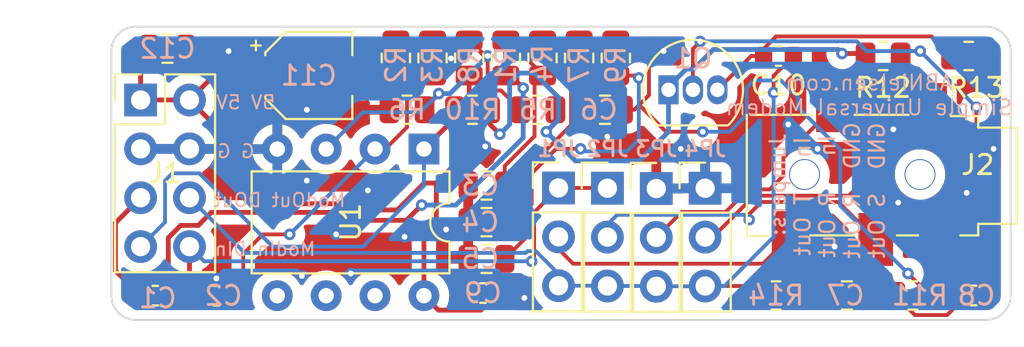
<source format=kicad_pcb>
(kicad_pcb (version 20211014) (generator pcbnew)
  (title_block (title "Simple Universal Modem") (rev "r0") (comment 1 "License: Attribution-NonCommercial 4.0 International (CC BY-NC 4.0)") (comment 2 "https://creativecommons.org/licenses/by-nc/4.0/"))
  (layers (0 "F.Cu" signal) (31 "B.Cu" signal) (34 "B.Paste" user) (35 "F.Paste" user) (36 "B.SilkS" user "B.Silkscreen") (37 "F.SilkS" user "F.Silkscreen") (38 "B.Mask" user) (39 "F.Mask" user) (44 "Edge.Cuts" user))
  (net 0 "")
  (net 1 "DataOut")
  (net 2 "Net-(C1-Pad2)")
  (net 3 "ModIn")
  (net 4 "Net-(C2-Pad2)")
  (net 5 "Net-(C3-Pad1)")
  (net 6 "GND")
  (net 7 "Net-(C4-Pad1)")
  (net 8 "Net-(C5-Pad1)")
  (net 9 "Net-(C6-Pad1)")
  (net 10 "Net-(C7-Pad1)")
  (net 11 "Net-(C8-Pad2)")
  (net 12 "+5V")
  (net 13 "Net-(C10-Pad1)")
  (net 14 "ModOut")
  (net 15 "DataIn")
  (net 16 "Net-(J2-Pad1)")
  (net 17 "Net-(J2-Pad2)")
  (net 18 "Net-(J2-Pad3)")
  (net 19 "Net-(J2-Pad4)")
  (net 21 "Net-(R5-Pad1)")
  (footprint "Capacitor_SMD:C_0805_2012Metric" (layer "F.Cu") (at 179.136 85.725 180)
    (fp_text reference "C4" (at 0.32 0) (layer "B.SilkS") (effects (justify mirror)))
    (fp_text value "470pf")
    (fp_line (start -0.261252 -0.735) (end 0.261252 -0.735) (layer "F.SilkS") (width 0.12))
    (fp_line (start -0.261252 0.735) (end 0.261252 0.735) (layer "F.SilkS") (width 0.12))
    (pad "1" smd roundrect (at -0.95 0 180) (size 1 1.45) (layers "F.Cu" "F.Paste" "F.Mask") (net 7 "Net-(C4-Pad1)"))
    (pad "2" smd roundrect (at 0.95 0 180) (size 1 1.45) (layers "F.Cu" "F.Paste" "F.Mask") (net 6 "GND"))
  )
  (footprint "Connector_PinHeader_2.54mm:PinHeader_1x03_P2.54mm_Vertical" (layer "F.Cu") (at 182.88 83.947)
    (fp_text reference "JP1" (at 0 -2.032) (layer "B.SilkS") (effects (font (size 0.8 0.8)) (justify mirror)))
    (fp_text value "T")
    (fp_line (start -1.33 6.41) (end 1.33 6.41) (layer "F.SilkS") (width 0.12))
    (fp_line (start 1.33 1.27) (end 1.33 6.41) (layer "F.SilkS") (width 0.12))
    (fp_line (start -1.33 1.27) (end 1.33 1.27) (layer "F.SilkS") (width 0.12))
    (fp_line (start -1.33 1.27) (end -1.33 6.41) (layer "F.SilkS") (width 0.12))
    (fp_line (start -1.33 0) (end -1.33 -1.33) (layer "F.SilkS") (width 0.12))
    (fp_line (start -1.33 -1.33) (end 0 -1.33) (layer "F.SilkS") (width 0.12))
    (pad "1" thru_hole rect (at 0 0) (size 1.7 1.7) (drill 1) (layers *.Cu *.Mask) (net 3 "ModIn"))
    (pad "2" thru_hole oval (at 0 2.54) (size 1.7 1.7) (drill 1) (layers *.Cu *.Mask) (net 19 "Net-(J2-Pad4)"))
    (pad "3" thru_hole oval (at 0 5.08) (size 1.7 1.7) (drill 1) (layers *.Cu *.Mask) (net 14 "ModOut"))
  )
  (footprint "Resistor_SMD:R_0805_2012Metric" (layer "F.Cu") (at 178.238 77.1925 90)
    (fp_text reference "R8" (at -0.3575 0 90) (layer "B.SilkS") (effects (justify mirror)))
    (fp_text value "1M")
    (fp_line (start -0.227064 0.735) (end 0.227064 0.735) (layer "F.SilkS") (width 0.12))
    (fp_line (start -0.227064 -0.735) (end 0.227064 -0.735) (layer "F.SilkS") (width 0.12))
    (pad "1" smd roundrect (at -0.9125 0 90) (size 1.025 1.4) (layers "F.Cu" "F.Paste" "F.Mask") (roundrect_rratio 0.243902) (net 15 "DataIn"))
    (pad "2" smd roundrect (at 0.9125 0 90) (size 1.025 1.4) (layers "F.Cu" "F.Paste" "F.Mask") (roundrect_rratio 0.243902) (net 21 "Net-(R5-Pad1)"))
  )
  (footprint "Resistor_SMD:R_0805_2012Metric" (layer "F.Cu") (at 199.7475 77.089 180)
    (fp_text reference "R12" (at 0 -1.65) (layer "F.SilkS"))
    (fp_text value "470k")
    (fp_line (start -0.227064 0.735) (end 0.227064 0.735) (layer "F.SilkS") (width 0.12))
    (fp_line (start -0.227064 -0.735) (end 0.227064 -0.735) (layer "F.SilkS") (width 0.12))
    (pad "1" smd roundrect (at -0.9125 0 180) (size 1.025 1.4) (layers "F.Cu" "F.Paste" "F.Mask") (roundrect_rratio 0.243902) (net 11 "Net-(C8-Pad2)"))
    (pad "2" smd roundrect (at 0.9125 0 180) (size 1.025 1.4) (layers "F.Cu" "F.Paste" "F.Mask") (roundrect_rratio 0.243902) (net 12 "+5V"))
  )
  (footprint "Resistor_SMD:R_0805_2012Metric" (layer "F.Cu") (at 178.4115 79.883)
    (fp_text reference "R10" (at 0 0) (layer "B.SilkS") (effects (justify mirror)))
    (fp_text value "2k2")
    (fp_line (start -0.227064 0.735) (end 0.227064 0.735) (layer "F.SilkS") (width 0.12))
    (fp_line (start -0.227064 -0.735) (end 0.227064 -0.735) (layer "F.SilkS") (width 0.12))
    (pad "1" smd roundrect (at -0.9125 0) (size 1.025 1.4) (layers "F.Cu" "F.Paste" "F.Mask") (roundrect_rratio 0.243902) (net 15 "DataIn"))
    (pad "2" smd roundrect (at 0.9125 0) (size 1.025 1.4) (layers "F.Cu" "F.Paste" "F.Mask") (roundrect_rratio 0.243902) (net 12 "+5V"))
  )
  (footprint "Package_TO_SOT_THT:TO-92_Inline" (layer "F.Cu") (at 188.595 78.846)
    (fp_text reference "Q1" (at 1.27 -1.63) (layer "B.SilkS") (effects (justify mirror)))
    (fp_text value "BC547")
    (fp_line (start -0.53 1.85) (end 3.07 1.85) (layer "F.SilkS") (width 0.12))
    (fp_arc (start -0.568478 1.838478) (mid -1.132087 -0.994977) (end 1.27 -2.6) (layer "F.SilkS") (width 0.12))
    (fp_arc (start 1.27 -2.6) (mid 3.672087 -0.994977) (end 3.108478 1.838478) (layer "F.SilkS") (width 0.12))
    (pad "1" thru_hole rect (at 0 0) (size 1.05 1.5) (drill 0.75) (layers *.Cu *.Mask) (net 12 "+5V"))
    (pad "2" thru_hole oval (at 1.27 0) (size 1.05 1.5) (drill 0.75) (layers *.Cu *.Mask) (net 11 "Net-(C8-Pad2)"))
    (pad "3" thru_hole oval (at 2.54 0) (size 1.05 1.5) (drill 0.75) (layers *.Cu *.Mask) (net 13 "Net-(C10-Pad1)"))
  )
  (footprint "Capacitor_SMD:CP_Elec_4x5.3" (layer "F.Cu") (at 169.904 78.105)
    (fp_text reference "C11" (at 0 0) (layer "B.SilkS") (effects (justify mirror)))
    (fp_text value "10uF")
    (fp_line (start -2.26 -1.195563) (end -1.195563 -2.26) (layer "F.SilkS") (width 0.12))
    (fp_line (start 2.26 -2.26) (end 2.26 -1.06) (layer "F.SilkS") (width 0.12))
    (fp_line (start 2.26 2.26) (end 2.26 1.06) (layer "F.SilkS") (width 0.12))
    (fp_line (start -3 -1.56) (end -2.5 -1.56) (layer "F.SilkS") (width 0.12))
    (fp_line (start -2.26 -1.195563) (end -2.26 -1.06) (layer "F.SilkS") (width 0.12))
    (fp_line (start -2.26 1.195563) (end -1.195563 2.26) (layer "F.SilkS") (width 0.12))
    (fp_line (start -1.195563 -2.26) (end 2.26 -2.26) (layer "F.SilkS") (width 0.12))
    (fp_line (start -2.75 -1.81) (end -2.75 -1.31) (layer "F.SilkS") (width 0.12))
    (fp_line (start -2.26 1.195563) (end -2.26 1.06) (layer "F.SilkS") (width 0.12))
    (fp_line (start -1.195563 2.26) (end 2.26 2.26) (layer "F.SilkS") (width 0.12))
    (pad "1" smd roundrect (at -1.8 0) (size 2.6 1.6) (layers "F.Cu" "F.Paste" "F.Mask") (roundrect_rratio 0.15625) (net 12 "+5V"))
    (pad "2" smd roundrect (at 1.8 0) (size 2.6 1.6) (layers "F.Cu" "F.Paste" "F.Mask") (roundrect_rratio 0.15625) (net 6 "GND"))
  )
  (footprint "SimpleModem:Jack_3.5mm_4Poles_5pins_SMD_ABN" (layer "F.Cu") (at 204.664 83.2485 180)
    (fp_text reference "J2" (at 0 0.5) (layer "F.SilkS"))
    (fp_text value "TRRS jack")
    (fp_line (start -0.025 -3.1635) (end -0.025 -2.5635) (layer "F.SilkS") (width 0.12))
    (fp_line (start 10.875 -3.2) (end 11.8 -3.2) (layer "F.SilkS") (width 0.12))
    (fp_line (start 8.6 3.1) (end 11.8 3.1) (layer "F.SilkS") (width 0.12))
    (fp_line (start 1.4 3.0365) (end -0.025 3.0365) (layer "F.SilkS") (width 0.12))
    (fp_line (start -0.025 2.4365) (end -2.025 2.4365) (layer "F.SilkS") (width 0.12))
    (fp_line (start 12 3.1) (end 12 -3.2) (layer "F.SilkS") (width 0.12))
    (fp_line (start -0.025 -3.1635) (end 0.9 -3.1635) (layer "F.SilkS") (width 0.12))
    (fp_line (start 3.1 -3.1635) (end 4.2 -3.1635) (layer "F.SilkS") (width 0.12))
    (fp_line (start -0.025 -2.5635) (end -2.025 -2.5635) (layer "F.SilkS") (width 0.12))
    (fp_line (start 6.4 -3.1635) (end 8.7 -3.1635) (layer "F.SilkS") (width 0.12))
    (fp_line (start -2.025 -2.5635) (end -2.025 2.4365) (layer "F.SilkS") (width 0.12))
    (fp_line (start 3.6 3.1) (end 6.4 3.1) (layer "F.SilkS") (width 0.12))
    (fp_line (start -0.025 2.4365) (end -0.025 3.0365) (layer "F.SilkS") (width 0.12))
    (pad "" np_thru_hole circle (at 3 0 180) (size 1.6 1.6) (drill 1.5) (layers *.Cu *.Mask))
    (pad "" np_thru_hole circle (at 9 0 180) (size 1.6 1.6) (drill 1.5) (layers *.Cu *.Mask))
    (pad "1" smd rect (at 2.5 3.475 180) (size 1.8 2.55) (layers "F.Cu" "F.Paste" "F.Mask") (net 16 "Net-(J2-Pad1)"))
    (pad "2" smd rect (at 7.5 3.475 180) (size 1.8 2.55) (layers "F.Cu" "F.Paste" "F.Mask") (net 17 "Net-(J2-Pad2)"))
    (pad "3" smd rect (at 5.3 -3.375 180) (size 1.8 2.75) (layers "F.Cu" "F.Paste" "F.Mask") (net 18 "Net-(J2-Pad3)"))
    (pad "4" smd rect (at 9.8 -3.275 180) (size 1.8 2.95) (layers "F.Cu" "F.Paste" "F.Mask") (net 19 "Net-(J2-Pad4)"))
    (pad "5" smd rect (at 2 -3.375 180) (size 1.8 2.75) (layers "F.Cu" "F.Paste" "F.Mask"))
  )
  (footprint "Capacitor_SMD:C_0603_1608Metric" (layer "F.Cu") (at 178.956 89.408)
    (fp_text reference "C9" (at 0 0) (layer "B.SilkS") (effects (justify mirror)))
    (fp_text value "100nF")
    (fp_line (start -0.14058 0.51) (end 0.14058 0.51) (layer "F.SilkS") (width 0.12))
    (fp_line (start -0.14058 -0.51) (end 0.14058 -0.51) (layer "F.SilkS") (width 0.12))
    (pad "1" smd roundrect (at -0.775 0) (size 0.9 0.95) (layers "F.Cu" "F.Paste" "F.Mask") (net 6 "GND"))
    (pad "2" smd roundrect (at 0.775 0) (size 0.9 0.95) (layers "F.Cu" "F.Paste" "F.Mask") (net 12 "+5V"))
  )
  (footprint "Capacitor_SMD:C_0805_2012Metric" (layer "F.Cu") (at 185.293 79.883 180)
    (fp_text reference "C6" (at 0.32 0) (layer "B.SilkS") (effects (justify mirror)))
    (fp_text value "1nF")
    (fp_line (start -0.261252 -0.735) (end 0.261252 -0.735) (layer "F.SilkS") (width 0.12))
    (fp_line (start -0.261252 0.735) (end 0.261252 0.735) (layer "F.SilkS") (width 0.12))
    (pad "1" smd roundrect (at -0.95 0 180) (size 1 1.45) (layers "F.Cu" "F.Paste" "F.Mask") (net 9 "Net-(C6-Pad1)"))
    (pad "2" smd roundrect (at 0.95 0 180) (size 1 1.45) (layers "F.Cu" "F.Paste" "F.Mask") (net 6 "GND"))
  )
  (footprint "Resistor_SMD:R_0805_2012Metric" (layer "F.Cu") (at 194.183 89.535 180)
    (fp_text reference "R14" (at 0 0) (layer "B.SilkS") (effects (justify mirror)))
    (fp_text value "NC")
    (fp_line (start -0.227064 0.735) (end 0.227064 0.735) (layer "F.SilkS") (width 0.12))
    (fp_line (start -0.227064 -0.735) (end 0.227064 -0.735) (layer "F.SilkS") (width 0.12))
    (pad "1" smd roundrect (at -0.9125 0 180) (size 1.025 1.4) (layers "F.Cu" "F.Paste" "F.Mask") (roundrect_rratio 0.243902) (net 6 "GND"))
    (pad "2" smd roundrect (at 0.9125 0 180) (size 1.025 1.4) (layers "F.Cu" "F.Paste" "F.Mask") (roundrect_rratio 0.243902) (net 14 "ModOut"))
  )
  (footprint "Resistor_SMD:R_0805_2012Metric" (layer "F.Cu") (at 174.428 77.1925 90)
    (fp_text reference "R2" (at -0.3575 0 90) (layer "B.SilkS") (effects (justify mirror)))
    (fp_text value "680k")
    (fp_line (start -0.227064 0.735) (end 0.227064 0.735) (layer "F.SilkS") (width 0.12))
    (fp_line (start -0.227064 -0.735) (end 0.227064 -0.735) (layer "F.SilkS") (width 0.12))
    (pad "1" smd roundrect (at -0.9125 0 90) (size 1.025 1.4) (layers "F.Cu" "F.Paste" "F.Mask") (roundrect_rratio 0.243902) (net 4 "Net-(C2-Pad2)"))
    (pad "2" smd roundrect (at 0.9125 0 90) (size 1.025 1.4) (layers "F.Cu" "F.Paste" "F.Mask") (roundrect_rratio 0.243902) (net 12 "+5V"))
  )
  (footprint "Capacitor_SMD:C_0805_2012Metric" (layer "F.Cu") (at 179.136 87.63 180)
    (fp_text reference "C5" (at 0.32 0) (layer "B.SilkS") (effects (justify mirror)))
    (fp_text value "470pf")
    (fp_line (start -0.261252 0.735) (end 0.261252 0.735) (layer "F.SilkS") (width 0.12))
    (fp_line (start -0.261252 -0.735) (end 0.261252 -0.735) (layer "F.SilkS") (width 0.12))
    (pad "1" smd roundrect (at -0.95 0 180) (size 1 1.45) (layers "F.Cu" "F.Paste" "F.Mask") (net 8 "Net-(C5-Pad1)"))
    (pad "2" smd roundrect (at 0.95 0 180) (size 1 1.45) (layers "F.Cu" "F.Paste" "F.Mask") (net 6 "GND"))
  )
  (footprint "Connector_PinHeader_2.54mm:PinHeader_1x03_P2.54mm_Vertical" (layer "F.Cu") (at 185.42 83.962)
    (fp_text reference "JP2" (at 0 -2.047) (layer "B.SilkS") (effects (font (size 0.8 0.8)) (justify mirror)))
    (fp_text value "R")
    (fp_line (start -1.33 0) (end -1.33 -1.33) (layer "F.SilkS") (width 0.12))
    (fp_line (start -1.33 6.41) (end 1.33 6.41) (layer "F.SilkS") (width 0.12))
    (fp_line (start -1.33 1.27) (end 1.33 1.27) (layer "F.SilkS") (width 0.12))
    (fp_line (start 1.33 1.27) (end 1.33 6.41) (layer "F.SilkS") (width 0.12))
    (fp_line (start -1.33 -1.33) (end 0 -1.33) (layer "F.SilkS") (width 0.12))
    (fp_line (start -1.33 1.27) (end -1.33 6.41) (layer "F.SilkS") (width 0.12))
    (pad "1" thru_hole rect (at 0 0) (size 1.7 1.7) (drill 1) (layers *.Cu *.Mask) (net 3 "ModIn"))
    (pad "2" thru_hole oval (at 0 2.54) (size 1.7 1.7) (drill 1) (layers *.Cu *.Mask) (net 18 "Net-(J2-Pad3)"))
    (pad "3" thru_hole oval (at 0 5.08) (size 1.7 1.7) (drill 1) (layers *.Cu *.Mask) (net 14 "ModOut"))
  )
  (footprint "Connector_PinHeader_2.54mm:PinHeader_1x03_P2.54mm_Vertical" (layer "F.Cu") (at 187.96 83.977)
    (fp_text reference "JP3" (at 0 -2.062) (layer "B.SilkS") (effects (font (size 0.8 0.8)) (justify mirror)))
    (fp_text value "R/S")
    (fp_line (start -1.33 1.27) (end 1.33 1.27) (layer "F.SilkS") (width 0.12))
    (fp_line (start -1.33 1.27) (end -1.33 6.41) (layer "F.SilkS") (width 0.12))
    (fp_line (start -1.33 0) (end -1.33 -1.33) (layer "F.SilkS") (width 0.12))
    (fp_line (start 1.33 1.27) (end 1.33 6.41) (layer "F.SilkS") (width 0.12))
    (fp_line (start -1.33 6.41) (end 1.33 6.41) (layer "F.SilkS") (width 0.12))
    (fp_line (start -1.33 -1.33) (end 0 -1.33) (layer "F.SilkS") (width 0.12))
    (pad "1" thru_hole rect (at 0 0) (size 1.7 1.7) (drill 1) (layers *.Cu *.Mask) (net 6 "GND"))
    (pad "2" thru_hole oval (at 0 2.54) (size 1.7 1.7) (drill 1) (layers *.Cu *.Mask) (net 17 "Net-(J2-Pad2)"))
    (pad "3" thru_hole oval (at 0 5.08) (size 1.7 1.7) (drill 1) (layers *.Cu *.Mask) (net 14 "ModOut"))
  )
  (footprint "Capacitor_SMD:C_0603_1608Metric" (layer "F.Cu") (at 161.925 89.545)
    (fp_text reference "C1" (at 0.127 0.127) (layer "B.SilkS") (effects (justify mirror)))
    (fp_text value "100nF")
    (fp_line (start -0.14058 0.51) (end 0.14058 0.51) (layer "F.SilkS") (width 0.12))
    (fp_line (start -0.14058 -0.51) (end 0.14058 -0.51) (layer "F.SilkS") (width 0.12))
    (pad "1" smd roundrect (at -0.775 0) (size 0.9 0.95) (layers "F.Cu" "F.Paste" "F.Mask") (net 1 "DataOut"))
    (pad "2" smd roundrect (at 0.775 0) (size 0.9 0.95) (layers "F.Cu" "F.Paste" "F.Mask") (net 2 "Net-(C1-Pad2)"))
  )
  (footprint "Capacitor_SMD:C_0805_2012Metric" (layer "F.Cu") (at 197.866 89.535 180)
    (fp_text reference "C7" (at 0.066 0) (layer "B.SilkS") (effects (justify mirror)))
    (fp_text value "470pf")
    (fp_line (start -0.261252 -0.735) (end 0.261252 -0.735) (layer "F.SilkS") (width 0.12))
    (fp_line (start -0.261252 0.735) (end 0.261252 0.735) (layer "F.SilkS") (width 0.12))
    (pad "1" smd roundrect (at -0.95 0 180) (size 1 1.45) (layers "F.Cu" "F.Paste" "F.Mask") (net 10 "Net-(C7-Pad1)"))
    (pad "2" smd roundrect (at 0.95 0 180) (size 1 1.45) (layers "F.Cu" "F.Paste" "F.Mask") (net 6 "GND"))
  )
  (footprint "Resistor_SMD:R_0805_2012Metric" (layer "F.Cu") (at 185.858 77.1925 90)
    (fp_text reference "R9" (at -0.3575 0 90) (layer "B.SilkS") (effects (justify mirror)))
    (fp_text value "47k")
    (fp_line (start -0.227064 -0.735) (end 0.227064 -0.735) (layer "F.SilkS") (width 0.12))
    (fp_line (start -0.227064 0.735) (end 0.227064 0.735) (layer "F.SilkS") (width 0.12))
    (pad "1" smd roundrect (at -0.9125 0 90) (size 1.025 1.4) (layers "F.Cu" "F.Paste" "F.Mask") (roundrect_rratio 0.243902) (net 8 "Net-(C5-Pad1)"))
    (pad "2" smd roundrect (at 0.9125 0 90) (size 1.025 1.4) (layers "F.Cu" "F.Paste" "F.Mask") (roundrect_rratio 0.243902) (net 9 "Net-(C6-Pad1)"))
  )
  (footprint "Connector_PinHeader_2.54mm:PinHeader_1x03_P2.54mm_Vertical" (layer "F.Cu") (at 190.5 83.962)
    (fp_text reference "JP4" (at 0 -2.047) (layer "B.SilkS") (effects (font (size 0.8 0.8)) (justify mirror)))
    (fp_text value "S")
    (fp_line (start -1.33 6.41) (end 1.33 6.41) (layer "F.SilkS") (width 0.12))
    (fp_line (start -1.33 0) (end -1.33 -1.33) (layer "F.SilkS") (width 0.12))
    (fp_line (start -1.33 -1.33) (end 0 -1.33) (layer "F.SilkS") (width 0.12))
    (fp_line (start -1.33 1.27) (end -1.33 6.41) (layer "F.SilkS") (width 0.12))
    (fp_line (start 1.33 1.27) (end 1.33 6.41) (layer "F.SilkS") (width 0.12))
    (fp_line (start -1.33 1.27) (end 1.33 1.27) (layer "F.SilkS") (width 0.12))
    (pad "1" thru_hole rect (at 0 0) (size 1.7 1.7) (drill 1) (layers *.Cu *.Mask) (net 6 "GND"))
    (pad "2" thru_hole oval (at 0 2.54) (size 1.7 1.7) (drill 1) (layers *.Cu *.Mask) (net 16 "Net-(J2-Pad1)"))
    (pad "3" thru_hole oval (at 0 5.08) (size 1.7 1.7) (drill 1) (layers *.Cu *.Mask) (net 14 "ModOut"))
  )
  (footprint "Capacitor_SMD:C_0805_2012Metric" (layer "F.Cu") (at 179.136 83.82 180)
    (fp_text reference "C3" (at 0.32 0) (layer "B.SilkS") (effects (justify mirror)))
    (fp_text value "470pf")
    (fp_line (start -0.261252 -0.735) (end 0.261252 -0.735) (layer "F.SilkS") (width 0.12))
    (fp_line (start -0.261252 0.735) (end 0.261252 0.735) (layer "F.SilkS") (width 0.12))
    (pad "1" smd roundrect (at -0.95 0 180) (size 1 1.45) (layers "F.Cu" "F.Paste" "F.Mask") (net 5 "Net-(C3-Pad1)"))
    (pad "2" smd roundrect (at 0.95 0 180) (size 1 1.45) (layers "F.Cu" "F.Paste" "F.Mask") (net 6 "GND"))
  )
  (footprint "Capacitor_SMD:C_0603_1608Metric" (layer "F.Cu") (at 165.1 89.545)
    (fp_text reference "C2" (at 0.368 0) (layer "B.SilkS") (effects (justify mirror)))
    (fp_text value "100nF")
    (fp_line (start -0.14058 0.51) (end 0.14058 0.51) (layer "F.SilkS") (width 0.12))
    (fp_line (start -0.14058 -0.51) (end 0.14058 -0.51) (layer "F.SilkS") (width 0.12))
    (pad "1" smd roundrect (at -0.775 0) (size 0.9 0.95) (layers "F.Cu" "F.Paste" "F.Mask") (net 3 "ModIn"))
    (pad "2" smd roundrect (at 0.775 0) (size 0.9 0.95) (layers "F.Cu" "F.Paste" "F.Mask") (net 4 "Net-(C2-Pad2)"))
  )
  (footprint "Capacitor_SMD:C_0805_2012Metric" (layer "F.Cu") (at 162.56 76.708 180)
    (fp_text reference "C12" (at 0 0) (layer "B.SilkS") (effects (justify mirror)))
    (fp_text value "NC")
    (fp_line (start -0.261252 0.735) (end 0.261252 0.735) (layer "F.SilkS") (width 0.12))
    (fp_line (start -0.261252 -0.735) (end 0.261252 -0.735) (layer "F.SilkS") (width 0.12))
    (pad "1" smd roundrect (at -0.95 0 180) (size 1 1.45) (layers "F.Cu" "F.Paste" "F.Mask") (net 6 "GND"))
    (pad "2" smd roundrect (at 0.95 0 180) (size 1 1.45) (layers "F.Cu" "F.Paste" "F.Mask") (net 12 "+5V"))
  )
  (footprint "Resistor_SMD:R_0805_2012Metric" (layer "F.Cu") (at 183.953 77.1925 90)
    (fp_text reference "R7" (at -0.3575 0 270) (layer "B.SilkS") (effects (justify mirror)))
    (fp_text value "47k")
    (fp_line (start -0.227064 -0.735) (end 0.227064 -0.735) (layer "F.SilkS") (width 0.12))
    (fp_line (start -0.227064 0.735) (end 0.227064 0.735) (layer "F.SilkS") (width 0.12))
    (pad "1" smd roundrect (at -0.9125 0 90) (size 1.025 1.4) (layers "F.Cu" "F.Paste" "F.Mask") (roundrect_rratio 0.243902) (net 7 "Net-(C4-Pad1)"))
    (pad "2" smd roundrect (at 0.9125 0 90) (size 1.025 1.4) (layers "F.Cu" "F.Paste" "F.Mask") (roundrect_rratio 0.243902) (net 8 "Net-(C5-Pad1)"))
  )
  (footprint "Resistor_SMD:R_0805_2012Metric" (layer "F.Cu") (at 201.295 89.535 180)
    (fp_text reference "R11" (at -0.3575 0) (layer "B.SilkS") (effects (justify mirror)))
    (fp_text value "47k")
    (fp_line (start -0.227064 0.735) (end 0.227064 0.735) (layer "F.SilkS") (width 0.12))
    (fp_line (start -0.227064 -0.735) (end 0.227064 -0.735) (layer "F.SilkS") (width 0.12))
    (pad "1" smd roundrect (at -0.9125 0 180) (size 1.025 1.4) (layers "F.Cu" "F.Paste" "F.Mask") (roundrect_rratio 0.243902) (net 9 "Net-(C6-Pad1)"))
    (pad "2" smd roundrect (at 0.9125 0 180) (size 1.025 1.4) (layers "F.Cu" "F.Paste" "F.Mask") (roundrect_rratio 0.243902) (net 10 "Net-(C7-Pad1)"))
  )
  (footprint "Capacitor_SMD:C_0603_1608Metric" (layer "F.Cu") (at 204.457 89.535)
    (fp_text reference "C8" (at 0.14 0) (layer "B.SilkS") (effects (justify mirror)))
    (fp_text value "100nF")
    (fp_line (start -0.14058 -0.51) (end 0.14058 -0.51) (layer "F.SilkS") (width 0.12))
    (fp_line (start -0.14058 0.51) (end 0.14058 0.51) (layer "F.SilkS") (width 0.12))
    (pad "1" smd roundrect (at -0.775 0) (size 0.9 0.95) (layers "F.Cu" "F.Paste" "F.Mask") (net 10 "Net-(C7-Pad1)"))
    (pad "2" smd roundrect (at 0.775 0) (size 0.9 0.95) (layers "F.Cu" "F.Paste" "F.Mask") (net 11 "Net-(C8-Pad2)"))
  )
  (footprint "Resistor_SMD:R_0805_2012Metric" (layer "F.Cu") (at 176.333 77.1925 -90)
    (fp_text reference "R3" (at 0.3575 0 -270) (layer "B.SilkS") (effects (justify mirror)))
    (fp_text value "680k")
    (fp_line (start -0.227064 -0.735) (end 0.227064 -0.735) (layer "F.SilkS") (width 0.12))
    (fp_line (start -0.227064 0.735) (end 0.227064 0.735) (layer "F.SilkS") (width 0.12))
    (pad "1" smd roundrect (at -0.9125 0 270) (size 1.025 1.4) (layers "F.Cu" "F.Paste" "F.Mask") (roundrect_rratio 0.243902) (net 6 "GND"))
    (pad "2" smd roundrect (at 0.9125 0 270) (size 1.025 1.4) (layers "F.Cu" "F.Paste" "F.Mask") (roundrect_rratio 0.243902) (net 4 "Net-(C2-Pad2)"))
  )
  (footprint "Connector_PinHeader_2.54mm:PinHeader_2x04_P2.54mm_Vertical" (layer "F.Cu") (at 161.163 79.375)
    (fp_text reference "J1" (at 1.275 3.8) (layer "F.SilkS"))
    (fp_text value "Conn_02x04_Odd_Even")
    (fp_line (start -1.33 -1.33) (end 0 -1.33) (layer "F.SilkS") (width 0.12))
    (fp_line (start -1.33 8.95) (end 3.87 8.95) (layer "F.SilkS") (width 0.12))
    (fp_line (start 1.27 -1.33) (end 3.87 -1.33) (layer "F.SilkS") (width 0.12))
    (fp_line (start -1.33 0) (end -1.33 -1.33) (layer "F.SilkS") (width 0.12))
    (fp_line (start 1.27 1.27) (end 1.27 -1.33) (layer "F.SilkS") (width 0.12))
    (fp_line (start -1.33 1.27) (end -1.33 8.95) (layer "F.SilkS") (width 0.12))
    (fp_line (start 3.87 -1.33) (end 3.87 8.95) (layer "F.SilkS") (width 0.12))
    (fp_line (start -1.33 1.27) (end 1.27 1.27) (layer "F.SilkS") (width 0.12))
    (pad "1" thru_hole rect (at 0 0) (size 1.7 1.7) (drill 1) (layers *.Cu *.Mask) (net 12 "+5V"))
    (pad "2" thru_hole oval (at 2.54 0) (size 1.7 1.7) (drill 1) (layers *.Cu *.Mask) (net 12 "+5V"))
    (pad "3" thru_hole oval (at 0 2.54) (size 1.7 1.7) (drill 1) (layers *.Cu *.Mask) (net 6 "GND"))
    (pad "4" thru_hole oval (at 2.54 2.54) (size 1.7 1.7) (drill 1) (layers *.Cu *.Mask) (net 6 "GND"))
    (pad "5" thru_hole oval (at 0 5.08) (size 1.7 1.7) (drill 1) (layers *.Cu *.Mask) (net 1 "DataOut"))
    (pad "6" thru_hole oval (at 2.54 5.08) (size 1.7 1.7) (drill 1) (layers *.Cu *.Mask) (net 14 "ModOut"))
    (pad "7" thru_hole oval (at 0 7.62) (size 1.7 1.7) (drill 1) (layers *.Cu *.Mask) (net 15 "DataIn"))
    (pad "8" thru_hole oval (at 2.54 7.62) (size 1.7 1.7) (drill 1) (layers *.Cu *.Mask) (net 3 "ModIn"))
  )
  (footprint "Resistor_SMD:R_0805_2012Metric" (layer "F.Cu") (at 204.1925 77.089 180)
    (fp_text reference "R13" (at -0.4045 -1.651) (layer "F.SilkS"))
    (fp_text value "6k8")
    (fp_line (start -0.227064 -0.735) (end 0.227064 -0.735) (layer "F.SilkS") (width 0.12))
    (fp_line (start -0.227064 0.735) (end 0.227064 0.735) (layer "F.SilkS") (width 0.12))
    (pad "1" smd roundrect (at -0.9125 0 180) (size 1.025 1.4) (layers "F.Cu" "F.Paste" "F.Mask") (roundrect_rratio 0.243902) (net 6 "GND"))
    (pad "2" smd roundrect (at 0.9125 0 180) (size 1.025 1.4) (layers "F.Cu" "F.Paste" "F.Mask") (roundrect_rratio 0.243902) (net 13 "Net-(C10-Pad1)"))
  )
  (footprint "Package_DIP:DIP-8_W7.62mm" (layer "F.Cu") (at 175.885 81.925 -90)
    (fp_text reference "U1" (at 3.8 3.8 90) (layer "F.SilkS"))
    (fp_text value "LM393")
    (fp_line (start 2.81 -1.33) (end 1.16 -1.33) (layer "F.SilkS") (width 0.12))
    (fp_line (start 1.16 8.95) (end 6.46 8.95) (layer "F.SilkS") (width 0.12))
    (fp_line (start 6.46 8.95) (end 6.46 -1.33) (layer "F.SilkS") (width 0.12))
    (fp_line (start 6.46 -1.33) (end 4.81 -1.33) (layer "F.SilkS") (width 0.12))
    (fp_line (start 1.16 -1.33) (end 1.16 8.95) (layer "F.SilkS") (width 0.12))
    (fp_arc (start 4.81 -1.33) (mid 3.81 -0.33) (end 2.81 -1.33) (layer "F.SilkS") (width 0.12))
    (pad "1" thru_hole rect (at 0 0 270) (size 1.6 1.6) (drill 0.8) (layers *.Cu *.Mask) (net 15 "DataIn"))
    (pad "2" thru_hole oval (at 0 2.54 270) (size 1.6 1.6) (drill 0.8) (layers *.Cu *.Mask) (net 4 "Net-(C2-Pad2)"))
    (pad "3" thru_hole oval (at 0 5.08 270) (size 1.6 1.6) (drill 0.8) (layers *.Cu *.Mask) (net 21 "Net-(R5-Pad1)"))
    (pad "4" thru_hole oval (at 0 7.62 270) (size 1.6 1.6) (drill 0.8) (layers *.Cu *.Mask) (net 6 "GND"))
    (pad "5" thru_hole oval (at 7.62 7.62 270) (size 1.6 1.6) (drill 0.8) (layers *.Cu *.Mask))
    (pad "6" thru_hole oval (at 7.62 5.08 270) (size 1.6 1.6) (drill 0.8) (layers *.Cu *.Mask))
    (pad "7" thru_hole oval (at 7.62 2.54 270) (size 1.6 1.6) (drill 0.8) (layers *.Cu *.Mask))
    (pad "8" thru_hole oval (at 7.62 0 270) (size 1.6 1.6) (drill 0.8) (layers *.Cu *.Mask) (net 12 "+5V"))
  )
  (footprint "Capacitor_SMD:C_0603_1608Metric" (layer "F.Cu") (at 194.31 77.089)
    (fp_text reference "C10" (at 0 1.524) (layer "F.SilkS"))
    (fp_text value "100nF")
    (fp_line (start -0.14058 0.51) (end 0.14058 0.51) (layer "F.SilkS") (width 0.12))
    (fp_line (start -0.14058 -0.51) (end 0.14058 -0.51) (layer "F.SilkS") (width 0.12))
    (pad "1" smd roundrect (at -0.775 0) (size 0.9 0.95) (layers "F.Cu" "F.Paste" "F.Mask") (net 13 "Net-(C10-Pad1)"))
    (pad "2" smd roundrect (at 0.775 0) (size 0.9 0.95) (layers "F.Cu" "F.Paste" "F.Mask") (net 14 "ModOut"))
  )
  (footprint "Resistor_SMD:R_0805_2012Metric" (layer "F.Cu") (at 181.8075 79.883)
    (fp_text reference "R5" (at 0 0 -180) (layer "B.SilkS") (effects (justify mirror)))
    (fp_text value "100k")
    (fp_line (start -0.227064 -0.735) (end 0.227064 -0.735) (layer "F.SilkS") (width 0.12))
    (fp_line (start -0.227064 0.735) (end 0.227064 0.735) (layer "F.SilkS") (width 0.12))
    (pad "1" smd roundrect (at -0.9125 0) (size 1.025 1.4) (layers "F.Cu" "F.Paste" "F.Mask") (roundrect_rratio 0.243902) (net 21 "Net-(R5-Pad1)"))
    (pad "2" smd roundrect (at 0.9125 0) (size 1.025 1.4) (layers "F.Cu" "F.Paste" "F.Mask") (roundrect_rratio 0.243902) (net 12 "+5V"))
  )
  (footprint "Resistor_SMD:R_0805_2012Metric" (layer "F.Cu") (at 180.143 77.1925 90)
    (fp_text reference "R1" (at -0.3575 0 270) (layer "B.SilkS") (effects (justify mirror)))
    (fp_text value "47k")
    (fp_line (start -0.227064 -0.735) (end 0.227064 -0.735) (layer "F.SilkS") (width 0.12))
    (fp_line (start -0.227064 0.735) (end 0.227064 0.735) (layer "F.SilkS") (width 0.12))
    (pad "1" smd roundrect (at -0.9125 0 90) (size 1.025 1.4) (layers "F.Cu" "F.Paste" "F.Mask") (roundrect_rratio 0.243902) (net 2 "Net-(C1-Pad2)"))
    (pad "2" smd roundrect (at 0.9125 0 90) (size 1.025 1.4) (layers "F.Cu" "F.Paste" "F.Mask") (roundrect_rratio 0.243902) (net 5 "Net-(C3-Pad1)"))
  )
  (footprint "Resistor_SMD:R_0805_2012Metric" (layer "F.Cu") (at 182.048 77.1925 90)
    (fp_text reference "R4" (at -0.2775 0 270) (layer "B.SilkS") (effects (justify mirror)))
    (fp_text value "47k")
    (fp_line (start -0.227064 0.735) (end 0.227064 0.735) (layer "F.SilkS") (width 0.12))
    (fp_line (start -0.227064 -0.735) (end 0.227064 -0.735) (layer "F.SilkS") (width 0.12))
    (pad "1" smd roundrect (at -0.9125 0 90) (size 1.025 1.4) (layers "F.Cu" "F.Paste" "F.Mask") (roundrect_rratio 0.243902) (net 5 "Net-(C3-Pad1)"))
    (pad "2" smd roundrect (at 0.9125 0 90) (size 1.025 1.4) (layers "F.Cu" "F.Paste" "F.Mask") (roundrect_rratio 0.243902) (net 7 "Net-(C4-Pad1)"))
  )
  (footprint "Resistor_SMD:R_0805_2012Metric" (layer "F.Cu") (at 175.006 79.883 180)
    (fp_text reference "R6" (at 0 0) (layer "B.SilkS") (effects (justify mirror)))
    (fp_text value "120k")
    (fp_line (start -0.227064 -0.735) (end 0.227064 -0.735) (layer "F.SilkS") (width 0.12))
    (fp_line (start -0.227064 0.735) (end 0.227064 0.735) (layer "F.SilkS") (width 0.12))
    (pad "1" smd roundrect (at -0.9125 0 180) (size 1.025 1.4) (layers "F.Cu" "F.Paste" "F.Mask") (roundrect_rratio 0.243902) (net 21 "Net-(R5-Pad1)"))
    (pad "2" smd roundrect (at 0.9125 0 180) (size 1.025 1.4) (layers "F.Cu" "F.Paste" "F.Mask") (roundrect_rratio 0.243902) (net 6 "GND"))
  )
  (gr_arc (start 205.105 75.565) (mid 206.003026 75.936974) (end 206.375 76.835) (layer "Edge.Cuts") (width 0.1))
  (gr_arc (start 206.375 89.535) (mid 206.003026 90.433026) (end 205.105 90.805) (layer "Edge.Cuts") (width 0.1))
  (gr_line (start 160.909 90.805) (end 205.105 90.805) (layer "Edge.Cuts") (width 0.1))
  (gr_line (start 205.105 75.565) (end 160.909 75.565) (layer "Edge.Cuts") (width 0.1))
  (gr_arc (start 159.639 76.835) (mid 160.010974 75.936974) (end 160.909 75.565) (layer "Edge.Cuts") (width 0.1))
  (gr_line (start 159.639 76.835) (end 159.639 89.535) (layer "Edge.Cuts") (width 0.1))
  (gr_arc (start 160.909 90.805) (mid 160.010974 90.433026) (end 159.639 89.535) (layer "Edge.Cuts") (width 0.1))
  (gr_line (start 206.375 89.535) (end 206.375 76.835) (layer "Edge.Cuts") (width 0.1))
  (gr_text " ModIn DIn" (at 167.894 87.122) (layer "B.SilkS") (effects (font (size 0.7 0.7) (thickness 0.1)) (justify mirror)))
  (gr_text "Jumpers: \n In   T Out\n In   R Out\nGND  R Out\nGND  S Out" (at 196.85 84.074 90) (layer "B.SilkS") (effects (font (size 0.8 0.8) (thickness 0.12)) (justify mirror)))
  (gr_text "G G" (at 166.116 82.042) (layer "B.SilkS") (effects (font (size 0.7 0.7) (thickness 0.1)) (justify mirror)))
  (gr_text " ModOut DOut" (at 168.656 84.582) (layer "B.SilkS") (effects (font (size 0.7 0.7) (thickness 0.1)) (justify mirror)))
  (gr_text "5V 5V" (at 166.624 79.502) (layer "B.SilkS") (effects (font (size 0.7 0.7) (thickness 0.1)) (justify mirror)))
  (gr_text "ABNielsen.com\nSimple Universal Modem" (at 199.009 79.121) (layer "B.SilkS") (effects (font (size 0.8 0.8) (thickness 0.1)) (justify mirror)))
  (segment (start 159.856 85.762) (end 159.856 88.251) (width 0.25) (layer "F.Cu") (net 1))
  (segment (start 161.163 84.455) (end 159.856 85.762) (width 0.25) (layer "F.Cu") (net 1))
  (segment (start 159.856 88.251) (end 161.15 89.545) (width 0.25) (layer "F.Cu") (net 1))
  (segment (start 180.393028 78.105) (end 180.143 78.105) (width 0.25) (layer "F.Cu") (net 2))
  (segment (start 164.835464 85.217) (end 164.159464 85.893) (width 0.25) (layer "F.Cu") (net 2))
  (segment (start 175.768 84.836) (end 174.974 85.63) (width 0.25) (layer "F.Cu") (net 2))
  (segment (start 163.246536 85.893) (end 162.601 86.538536) (width 0.25) (layer "F.Cu") (net 2))
  (segment (start 174.974 85.63) (end 172.371 85.63) (width 0.25) (layer "F.Cu") (net 2))
  (segment (start 164.159464 85.893) (end 163.246536 85.893) (width 0.25) (layer "F.Cu") (net 2))
  (segment (start 162.601 89.446) (end 162.7 89.545) (width 0.25) (layer "F.Cu") (net 2))
  (segment (start 181.044528 78.7565) (end 180.393028 78.105) (width 0.25) (layer "F.Cu") (net 2))
  (segment (start 172.371 85.63) (end 171.958 85.217) (width 0.25) (layer "F.Cu") (net 2))
  (segment (start 162.601 86.538536) (end 162.601 89.446) (width 0.25) (layer "F.Cu") (net 2))
  (segment (start 171.958 85.217) (end 164.835464 85.217) (width 0.25) (layer "F.Cu") (net 2))
  (via (at 181.044528 78.7565) (size 0.6) (drill 0.3) (layers "F.Cu" "B.Cu") (net 2))
  (via (at 175.768 84.836) (size 0.6) (drill 0.3) (layers "F.Cu" "B.Cu") (net 2))
  (segment (start 177.546 84.836) (end 175.768 84.836) (width 0.25) (layer "B.Cu") (net 2))
  (segment (start 181.044528 78.7565) (end 181.044528 81.337472) (width 0.25) (layer "B.Cu") (net 2))
  (segment (start 181.044528 81.337472) (end 177.546 84.836) (width 0.25) (layer "B.Cu") (net 2))
  (segment (start 181.61 87.63) (end 181.483 87.757) (width 0.2) (layer "F.Cu") (net 3))
  (segment (start 163.703 88.923) (end 164.325 89.545) (width 0.25) (layer "F.Cu") (net 3))
  (segment (start 185.405 83.947) (end 185.42 83.962) (width 0.2) (layer "F.Cu") (net 3))
  (segment (start 182.88 83.947) (end 181.61 85.217) (width 0.2) (layer "F.Cu") (net 3))
  (segment (start 163.703 86.995) (end 163.703 88.923) (width 0.25) (layer "F.Cu") (net 3))
  (segment (start 182.88 83.947) (end 185.405 83.947) (width 0.2) (layer "F.Cu") (net 3))
  (segment (start 181.61 85.217) (end 181.61 87.63) (width 0.2) (layer "F.Cu") (net 3))
  (via (at 181.483 87.757) (size 0.6) (drill 0.3) (layers "F.Cu" "B.Cu") (net 3))
  (segment (start 163.703 86.995) (end 164.465 87.757) (width 0.2) (layer "B.Cu") (net 3))
  (segment (start 164.465 87.757) (end 181.483 87.757) (width 0.2) (layer "B.Cu") (net 3))
  (segment (start 174.428 78.105) (end 175.006 78.683) (width 0.2) (layer "F.Cu") (net 4))
  (segment (start 173.873 81.925) (end 173.345 81.925) (width 0.2) (layer "F.Cu") (net 4))
  (segment (start 175.006 78.683) (end 175.006 80.792) (width 0.2) (layer "F.Cu") (net 4))
  (segment (start 165.875 89.545) (end 166.497 88.923) (width 0.2) (layer "F.Cu") (net 4))
  (segment (start 175.006 80.792) (end 173.873 81.925) (width 0.2) (layer "F.Cu") (net 4))
  (segment (start 166.497 87.376) (end 167.513 86.36) (width 0.2) (layer "F.Cu") (net 4))
  (segment (start 166.497 88.923) (end 166.497 87.376) (width 0.2) (layer "F.Cu") (net 4))
  (segment (start 167.513 86.36) (end 168.91 86.36) (width 0.2) (layer "F.Cu") (net 4))
  (segment (start 176.333 78.105) (end 174.428 78.105) (width 0.2) (layer "F.Cu") (net 4))
  (via (at 168.91 86.36) (size 0.6) (drill 0.3) (layers "F.Cu" "B.Cu") (net 4))
  (segment (start 168.91 86.36) (end 173.345 81.925) (width 0.2) (layer "B.Cu") (net 4))
  (segment (start 181.6345 81.2555) (end 181.6345 78.5185) (width 0.2) (layer "F.Cu") (net 5))
  (segment (start 181.6345 78.5185) (end 182.048 78.105) (width 0.2) (layer "F.Cu") (net 5))
  (segment (start 180.273291 76.28) (end 180.143 76.28) (width 0.2) (layer "F.Cu") (net 5))
  (segment (start 180.086 82.804) (end 181.6345 81.2555) (width 0.2) (layer "F.Cu") (net 5))
  (segment (start 182.048 78.105) (end 182.048 78.054709) (width 0.2) (layer "F.Cu") (net 5))
  (segment (start 180.086 83.82) (end 180.086 82.804) (width 0.2) (layer "F.Cu") (net 5))
  (segment (start 182.048 78.054709) (end 180.273291 76.28) (width 0.2) (layer "F.Cu") (net 5))
  (segment (start 177.419 85.725) (end 177.038 86.106) (width 0.25) (layer "F.Cu") (net 6))
  (segment (start 178.186 85.725) (end 177.419 85.725) (width 0.25) (layer "F.Cu") (net 6))
  (segment (start 175.397 77.216) (end 172.593 77.216) (width 0.25) (layer "F.Cu") (net 6))
  (segment (start 184.343 79.883) (end 184.343 80.203) (width 0.25) (layer "F.Cu") (net 6))
  (segment (start 184.343 80.203) (end 185.42 81.28) (width 0.25) (layer "F.Cu") (net 6))
  (segment (start 172.593 77.216) (end 171.704 78.105) (width 0.25) (layer "F.Cu") (net 6))
  (segment (start 176.356 76.28) (end 177.292 77.216) (width 0.25) (layer "F.Cu") (net 6))
  (segment (start 176.333 76.28) (end 176.356 76.28) (width 0.25) (layer "F.Cu") (net 6))
  (segment (start 165.608 76.708) (end 165.735 76.835) (width 0.25) (layer "F.Cu") (net 6))
  (segment (start 163.51 76.708) (end 165.608 76.708) (width 0.25) (layer "F.Cu") (net 6))
  (segment (start 176.333 76.28) (end 175.397 77.216) (width 0.25) (layer "F.Cu") (net 6))
  (via (at 200.533 84.709) (size 0.6) (drill 0.3) (layers "F.Cu" "B.Cu") (net 6))
  (via (at 174.879 86.487) (size 0.6) (drill 0.3) (layers "F.Cu" "B.Cu") (net 6))
  (via (at 172.085 88.392) (size 0.6) (drill 0.3) (layers "F.Cu" "B.Cu") (net 6))
  (via (at 165.735 76.835) (size 0.6) (drill 0.3) (layers "F.Cu" "B.Cu") (net 6))
  (via (at 169.799 79.883) (size 0.6) (drill 0.3) (layers "F.Cu" "B.Cu") (net 6))
  (via (at 205.486 81.915) (size 0.6) (drill 0.3) (layers "F.Cu" "B.Cu") (net 6))
  (via (at 188.341 76.835) (size 0.6) (drill 0.3) (layers "F.Cu" "B.Cu") (net 6))
  (via (at 171.323 86.36) (size 0.6) (drill 0.3) (layers "F.Cu" "B.Cu") (net 6))
  (via (at 196.342 81.915) (size 0.6) (drill 0.3) (layers "F.Cu" "B.Cu") (net 6))
  (via (at 169.545 88.519) (size 0.6) (drill 0.3) (layers "F.Cu" "B.Cu") (net 6))
  (via (at 200.279 80.899) (size 0.6) (drill 0.3) (layers "F.Cu" "B.Cu") (net 6))
  (via (at 179.07 81.788) (size 0.6) (drill 0.3) (layers "F.Cu" "B.Cu") (net 6))
  (via (at 172.974 84.074) (size 0.6) (drill 0.3) (layers "F.Cu" "B.Cu") (net 6))
  (via (at 189.23 81.915) (size 0.6) (drill 0.3) (layers "F.Cu" "B.Cu") (net 6))
  (via (at 177.292 77.216) (size 0.6) (drill 0.3) (layers "F.Cu" "B.Cu") (net 6))
  (via (at 204.089 84.201) (size 0.6) (drill 0.3) (layers "F.Cu" "B.Cu") (net 6))
  (via (at 185.42 81.28) (size 0.6) (drill 0.3) (layers "F.Cu" "B.Cu") (net 6))
  (via (at 169.799 83.566) (size 0.6) (drill 0.3) (layers "F.Cu" "B.Cu") (net 6))
  (via (at 197.231 86.995) (size 0.6) (drill 0.3) (layers "F.Cu" "B.Cu") (net 6))
  (via (at 181.102 89.662) (size 0.6) (drill 0.3) (layers "F.Cu" "B.Cu") (net 6))
  (via (at 194.818 80.645) (size 0.6) (drill 0.3) (layers "F.Cu" "B.Cu") (net 6))
  (via (at 177.038 86.106) (size 0.6) (drill 0.3) (layers "F.Cu" "B.Cu") (net 6))
  (via (at 165.1 88.646) (size 0.6) (drill 0.3) (layers "F.Cu" "B.Cu") (net 6))
  (segment (start 165.481 88.265) (end 169.291 88.265) (width 0.25) (layer "B.Cu") (net 6))
  (segment (start 165.1 88.646) (end 165.481 88.265) (width 0.25) (layer "B.Cu") (net 6))
  (segment (start 172.085 88.392) (end 172.212 88.265) (width 0.25) (layer "B.Cu") (net 6))
  (segment (start 172.212 88.265) (end 179.705 88.265) (width 0.25) (layer "B.Cu") (net 6))
  (segment (start 169.291 88.265) (end 169.545 88.519) (width 0.25) (layer "B.Cu") (net 6))
  (segment (start 179.705 88.265) (end 181.102 89.662) (width 0.25) (layer "B.Cu") (net 6))
  (segment (start 183.5325 78.5255) (end 183.5325 80.678052) (width 0.2) (layer "F.Cu") (net 7))
  (segment (start 183.953 78.105) (end 183.5325 78.5255) (width 0.2) (layer "F.Cu") (net 7))
  (segment (start 183.5325 80.678052) (end 181.102 83.108552) (width 0.2) (layer "F.Cu") (net 7))
  (segment (start 181.102 83.108552) (end 181.102 84.709) (width 0.2) (layer "F.Cu") (net 7))
  (segment (start 181.102 84.709) (end 180.086 85.725) (width 0.2) (layer "F.Cu") (net 7))
  (segment (start 182.048 76.28) (end 182.128 76.28) (width 0.2) (layer "F.Cu") (net 7))
  (segment (start 182.128 76.28) (end 183.953 78.105) (width 0.2) (layer "F.Cu") (net 7))
  (segment (start 184.033 76.28) (end 185.858 78.105) (width 0.2) (layer "F.Cu") (net 8))
  (segment (start 181.283 84.990448) (end 181.483 84.790448) (width 0.2) (layer "F.Cu") (net 8))
  (segment (start 181.483 83.19) (end 182.758 81.915) (width 0.2) (layer "F.Cu") (net 8))
  (segment (start 186.9255 78.105) (end 187.0525 78.232) (width 0.2) (layer "F.Cu") (net 8))
  (segment (start 181.283 86.433) (end 181.283 84.990448) (width 0.2) (layer "F.Cu") (net 8))
  (segment (start 181.483 84.790448) (end 181.483 83.19) (width 0.2) (layer "F.Cu") (net 8))
  (segment (start 182.758 81.915) (end 184.023 81.915) (width 0.2) (layer "F.Cu") (net 8))
  (segment (start 183.953 76.28) (end 184.033 76.28) (width 0.2) (layer "F.Cu") (net 8))
  (segment (start 185.858 78.105) (end 186.9255 78.105) (width 0.2) (layer "F.Cu") (net 8))
  (segment (start 180.086 87.63) (end 181.283 86.433) (width 0.2) (layer "F.Cu") (net 8))
  (via (at 187.0525 78.232) (size 0.6) (drill 0.3) (layers "F.Cu" "B.Cu") (net 8))
  (via (at 184.023 81.915) (size 0.6) (drill 0.3) (layers "F.Cu" "B.Cu") (net 8))
  (segment (start 187.0525 78.232) (end 187.0525 81.4255) (width 0.2) (layer "B.Cu") (net 8))
  (segment (start 186.436 82.042) (end 184.15 82.042) (width 0.2) (layer "B.Cu") (net 8))
  (segment (start 184.15 82.042) (end 184.023 81.915) (width 0.2) (layer "B.Cu") (net 8))
  (segment (start 187.0525 81.4255) (end 186.436 82.042) (width 0.2) (layer "B.Cu") (net 8))
  (segment (start 190.373 81.026) (end 188.468 81.026) (width 0.2) (layer "F.Cu") (net 9))
  (segment (start 186.817 79.883) (end 186.243 79.883) (width 0.2) (layer "F.Cu") (net 9))
  (segment (start 185.858 76.28) (end 186.516 76.28) (width 0.2) (layer "F.Cu") (net 9))
  (segment (start 187.579 77.343) (end 187.579 79.121) (width 0.2) (layer "F.Cu") (net 9))
  (segment (start 187.579 79.121) (end 187.071 79.629) (width 0.2) (layer "F.Cu") (net 9))
  (segment (start 187.071 79.629) (end 186.817 79.883) (width 0.2) (layer "F.Cu") (net 9))
  (segment (start 202.184 89.535) (end 201.041 88.392) (width 0.2) (layer "F.Cu") (net 9))
  (segment (start 202.2075 89.535) (end 202.184 89.535) (width 0.2) (layer "F.Cu") (net 9))
  (segment (start 188.468 81.026) (end 187.071 79.629) (width 0.2) (layer "F.Cu") (net 9))
  (segment (start 186.516 76.28) (end 187.579 77.343) (width 0.2) (layer "F.Cu") (net 9))
  (via (at 190.373 81.026) (size 0.6) (drill 0.3) (layers "F.Cu" "B.Cu") (net 9))
  (via (at 201.041 88.392) (size 0.6) (drill 0.3) (layers "F.Cu" "B.Cu") (net 9))
  (segment (start 195.326 79.248) (end 195.326 79.756) (width 0.2) (layer "B.Cu") (net 9))
  (segment (start 197.52 81.95) (end 197.52 84.871) (width 0.2) (layer "B.Cu") (net 9))
  (segment (start 192.659 80.137) (end 192.659 78.74) (width 0.2) (layer "B.Cu") (net 9))
  (segment (start 191.77 81.026) (end 192.659 80.137) (width 0.2) (layer "B.Cu") (net 9))
  (segment (start 192.659 78.74) (end 193.04 78.359) (width 0.2) (layer "B.Cu") (net 9))
  (segment (start 193.04 78.359) (end 194.437 78.359) (width 0.2) (layer "B.Cu") (net 9))
  (segment (start 197.52 84.871) (end 201.041 88.392) (width 0.2) (layer "B.Cu") (net 9))
  (segment (start 190.373 81.026) (end 191.77 81.026) (width 0.2) (layer "B.Cu") (net 9))
  (segment (start 194.437 78.359) (end 195.326 79.248) (width 0.2) (layer "B.Cu") (net 9))
  (segment (start 195.326 79.756) (end 197.52 81.95) (width 0.2) (layer "B.Cu") (net 9))
  (segment (start 203.073 90.551) (end 203.682 89.942) (width 0.2) (layer "F.Cu") (net 10))
  (segment (start 201.3985 90.551) (end 203.073 90.551) (width 0.2) (layer "F.Cu") (net 10))
  (segment (start 203.682 89.942) (end 203.682 89.535) (width 0.2) (layer "F.Cu") (net 10))
  (segment (start 200.3825 89.535) (end 201.3985 90.551) (width 0.2) (layer "F.Cu") (net 10))
  (segment (start 198.816 89.535) (end 200.3825 89.535) (width 0.2) (layer "F.Cu") (net 10))
  (segment (start 204.597 82.804) (end 204.597 79.756) (width 0.2) (layer "F.Cu") (net 11))
  (segment (start 189.865 76.713527) (end 189.865 78.846) (width 0.2) (layer "F.Cu") (net 11))
  (segment (start 200.914 76.835) (end 200.66 77.089) (width 0.2) (layer "F.Cu") (net 11))
  (segment (start 205.232 83.439) (end 204.597 82.804) (width 0.2) (layer "F.Cu") (net 11))
  (segment (start 190.24089 76.337637) (end 189.865 76.713527) (width 0.2) (layer "F.Cu") (net 11))
  (segment (start 205.232 89.535) (end 205.232 83.439) (width 0.2) (layer "F.Cu") (net 11))
  (segment (start 201.676 76.835) (end 200.914 76.835) (width 0.2) (layer "F.Cu") (net 11))
  (via (at 201.676 76.835) (size 0.6) (drill 0.3) (layers "F.Cu" "B.Cu") (net 11))
  (via (at 204.597 79.756) (size 0.6) (drill 0.3) (layers "F.Cu" "B.Cu") (net 11))
  (via (at 190.24089 76.337637) (size 0.6) (drill 0.3) (layers "F.Cu" "B.Cu") (net 11))
  (segment (start 190.24089 76.337637) (end 190.251527 76.327) (width 0.2) (layer "B.Cu") (net 11))
  (segment (start 198.882 76.835) (end 201.676 76.835) (width 0.2) (layer "B.Cu") (net 11))
  (segment (start 190.251527 76.327) (end 198.374 76.327) (width 0.2) (layer "B.Cu") (net 11))
  (segment (start 204.597 79.756) (end 201.676 76.835) (width 0.2) (layer "B.Cu") (net 11))
  (segment (start 198.374 76.327) (end 198.882 76.835) (width 0.2) (layer "B.Cu") (net 11))
  (segment (start 178.842 90.297) (end 176.637 90.297) (width 0.25) (layer "F.Cu") (net 12))
  (segment (start 197.612 76.962) (end 198.708 76.962) (width 0.25) (layer "F.Cu") (net 12))
  (segment (start 161.163 79.375) (end 163.703 79.375) (width 0.25) (layer "F.Cu") (net 12))
  (segment (start 177.338601 82.884399) (end 177.338601 81.868399) (width 0.25) (layer "F.Cu") (net 12))
  (segment (start 168.104 78.105) (end 164.973 78.105) (width 0.25) (layer "F.Cu") (net 12))
  (segment (start 172.144189 84.767499) (end 172.46669 85.09) (width 0.25) (layer "F.Cu") (net 12))
  (segment (start 175.885 86.375823) (end 176.53 85.730823) (width 0.25) (layer "F.Cu") (net 12))
  (segment (start 174.428 76.28) (end 169.929 76.28) (width 0.25) (layer "F.Cu") (net 12))
  (segment (start 175.895 83.693) (end 176.53 83.693) (width 0.25) (layer "F.Cu") (net 12))
  (segment (start 161.163 79.375) (end 161.163 77.155) (width 0.25) (layer "F.Cu") (net 12))
  (segment (start 169.929 76.28) (end 168.104 78.105) (width 0.25) (layer "F.Cu") (net 12))
  (segment (start 179.324 79.883) (end 179.324 80.645) (width 0.25) (layer "F.Cu") (net 12))
  (segment (start 164.973 78.105) (end 163.703 79.375) (width 0.25) (layer "F.Cu") (net 12))
  (segment (start 176.637 90.297) (end 175.885 89.545) (width 0.25) (layer "F.Cu") (net 12))
  (segment (start 175.885 89.545) (end 175.885 86.375823) (width 0.25) (layer "F.Cu") (net 12))
  (segment (start 198.708 76.962) (end 198.835 77.089) (width 0.25) (layer "F.Cu") (net 12))
  (segment (start 163.703 79.375) (end 169.095499 84.767499) (width 0.25) (layer "F.Cu") (net 12))
  (segment (start 179.731 89.408) (end 178.842 90.297) (width 0.25) (layer "F.Cu") (net 12))
  (segment (start 179.324 80.645) (end 179.832 81.153) (width 0.25) (layer "F.Cu") (net 12))
  (segment (start 172.46669 85.09) (end 174.498 85.09) (width 0.25) (layer "F.Cu") (net 12))
  (segment (start 182.72 80.551) (end 182.245 81.026) (width 0.25) (layer "F.Cu") (net 12))
  (segment (start 174.498 85.09) (end 175.895 83.693) (width 0.25) (layer "F.Cu") (net 12))
  (segment (start 161.163 77.155) (end 161.61 76.708) (width 0.25) (layer "F.Cu") (net 12))
  (segment (start 182.72 79.883) (end 182.72 80.551) (width 0.25) (layer "F.Cu") (net 12))
  (segment (start 169.095499 84.767499) (end 172.144189 84.767499) (width 0.25) (layer "F.Cu") (net 12))
  (segment (start 176.53 83.693) (end 177.338601 82.884399) (width 0.25) (layer "F.Cu") (net 12))
  (segment (start 176.53 85.730823) (end 176.53 83.693) (width 0.25) (layer "F.Cu") (net 12))
  (segment (start 177.338601 81.868399) (end 179.324 79.883) (width 0.25) (layer "F.Cu") (net 12))
  (via (at 197.612 76.962) (size 0.6) (drill 0.3) (layers "F.Cu" "B.Cu") (net 12))
  (via (at 182.245 81.026) (size 0.6) (drill 0.3) (layers "F.Cu" "B.Cu") (net 12))
  (via (at 179.832 81.153) (size 0.6) (drill 0.3) (layers "F.Cu" "B.Cu") (net 12))
  (segment (start 197.402 76.752) (end 197.612 76.962) (width 0.25) (layer "B.Cu") (net 12))
  (segment (start 189.906 77.771) (end 190.925 76.752) (width 0.25) (layer "B.Cu") (net 12))
  (segment (start 182.88 79.248) (end 182.88 80.391) (width 0.25) (layer "B.Cu") (net 12))
  (segment (start 190.925 76.752) (end 197.402 76.752) (width 0.25) (layer "B.Cu") (net 12))
  (segment (start 188.595 78.688918) (end 189.512918 77.771) (width 0.25) (layer "B.Cu") (net 12))
  (segment (start 189.512918 77.771) (end 189.906 77.771) (width 0.25) (layer "B.Cu") (net 12))
  (segment (start 180.34 80.645) (end 180.34 78.486) (width 0.25) (layer "B.Cu") (net 12))
  (segment (start 187.0815 82.5395) (end 188.595 81.026) (width 0.25) (layer "B.Cu") (net 12))
  (segment (start 180.848 77.978) (end 181.61 77.978) (width 0.25) (layer "B.Cu") (net 12))
  (segment (start 188.595 78.846) (end 188.595 78.688918) (width 0.25) (layer "B.Cu") (net 12))
  (segment (start 182.245 81.026) (end 183.7585 82.5395) (width 0.25) (layer "B.Cu") (net 12))
  (segment (start 179.832 81.153) (end 180.34 80.645) (width 0.25) (layer "B.Cu") (net 12))
  (segment (start 182.88 80.391) (end 182.245 81.026) (width 0.25) (layer "B.Cu") (net 12))
  (segment (start 183.7585 82.5395) (end 187.0815 82.5395) (width 0.25) (layer "B.Cu") (net 12))
  (segment (start 181.61 77.978) (end 182.88 79.248) (width 0.25) (layer "B.Cu") (net 12))
  (segment (start 180.34 78.486) (end 180.848 77.978) (width 0.25) (layer "B.Cu") (net 12))
  (segment (start 188.595 81.026) (end 188.595 78.846) (width 0.25) (layer "B.Cu") (net 12))
  (segment (start 194.183 76.073) (end 193.535 76.721) (width 0.2) (layer "F.Cu") (net 13))
  (segment (start 202.264 76.073) (end 194.183 76.073) (width 0.2) (layer "F.Cu") (net 13))
  (segment (start 193.535 77.089) (end 192.892 77.089) (width 0.2) (layer "F.Cu") (net 13))
  (segment (start 192.892 77.089) (end 191.135 78.846) (width 0.2) (layer "F.Cu") (net 13))
  (segment (start 203.28 77.089) (end 202.264 76.073) (width 0.2) (layer "F.Cu") (net 13))
  (segment (start 193.535 76.721) (end 193.535 77.089) (width 0.2) (layer "F.Cu") (net 13))
  (segment (start 194.056 78.994) (end 194.056 78.118) (width 0.2) (layer "F.Cu") (net 14))
  (segment (start 192.7775 89.042) (end 190.5 89.042) (width 0.2) (layer "F.Cu") (net 14))
  (segment (start 194.056 78.118) (end 195.085 77.089) (width 0.2) (layer "F.Cu") (net 14))
  (segment (start 193.2705 89.535) (end 192.7775 89.042) (width 0.2) (layer "F.Cu") (net 14))
  (via (at 194.056 78.994) (size 0.6) (drill 0.3) (layers "F.Cu" "B.Cu") (net 14))
  (segment (start 194.056 86.4945) (end 191.5085 89.042) (width 0.2) (layer "B.Cu") (net 14))
  (segment (start 181.173416 87.322) (end 181.264916 87.2305) (width 0.2) (layer "B.Cu") (net 14))
  (segment (start 187.96 89.057) (end 190.485 89.057) (width 0.2) (layer "B.Cu") (net 14))
  (segment (start 185.42 89.042) (end 187.945 89.042) (width 0.2) (layer "B.Cu") (net 14))
  (segment (start 194.056 78.994) (end 194.056 86.4945) (width 0.2) (layer "B.Cu") (net 14))
  (segment (start 191.5085 89.042) (end 190.5 89.042) (width 0.2) (layer "B.Cu") (net 14))
  (segment (start 182.88 88.409416) (end 182.88 89.027) (width 0.2) (layer "B.Cu") (net 14))
  (segment (start 166.57 87.322) (end 181.173416 87.322) (width 0.2) (layer "B.Cu") (net 14))
  (segment (start 190.485 89.057) (end 190.5 89.042) (width 0.2) (layer "B.Cu") (net 14))
  (segment (start 185.405 89.027) (end 185.42 89.042) (width 0.2) (layer "B.Cu") (net 14))
  (segment (start 181.264916 87.2305) (end 181.701084 87.2305) (width 0.2) (layer "B.Cu") (net 14))
  (segment (start 181.701084 87.2305) (end 182.88 88.409416) (width 0.2) (layer "B.Cu") (net 14))
  (segment (start 163.703 84.455) (end 166.57 87.322) (width 0.2) (layer "B.Cu") (net 14))
  (segment (start 182.88 89.027) (end 185.405 89.027) (width 0.2) (layer "B.Cu") (net 14))
  (segment (start 187.945 89.042) (end 187.96 89.057) (width 0.2) (layer "B.Cu") (net 14))
  (segment (start 178.238 79.144) (end 177.499 79.883) (width 0.25) (layer "F.Cu") (net 15))
  (segment (start 177.499 80.311) (end 175.885 81.925) (width 0.25) (layer "F.Cu") (net 15))
  (segment (start 178.238 78.105) (end 178.238 79.144) (width 0.25) (layer "F.Cu") (net 15))
  (segment (start 177.499 79.883) (end 177.499 80.311) (width 0.25) (layer "F.Cu") (net 15))
  (segment (start 172.72 86.995) (end 175.885 83.83) (width 0.2) (layer "B.Cu") (net 15))
  (segment (start 162.814 83.185) (end 164.211 83.185) (width 0.2) (layer "B.Cu") (net 15))
  (segment (start 168.021 86.995) (end 172.72 86.995) (width 0.2) (layer "B.Cu") (net 15))
  (segment (start 161.163 86.995) (end 162.433 85.725) (width 0.2) (layer "B.Cu") (net 15))
  (segment (start 162.433 83.566) (end 162.814 83.185) (width 0.2) (layer "B.Cu") (net 15))
  (segment (start 175.885 83.83) (end 175.885 81.925) (width 0.2) (layer "B.Cu") (net 15))
  (segment (start 164.211 83.185) (end 168.021 86.995) (width 0.2) (layer "B.Cu") (net 15))
  (segment (start 162.433 85.725) (end 162.433 83.566) (width 0.2) (layer "B.Cu") (net 15))
  (segment (start 193.051447 84.348501) (end 190.897948 86.502) (width 0.2) (layer "F.Cu") (net 16))
  (segment (start 202.164 79.7735) (end 202.164 80.1485) (width 0.2) (layer "F.Cu") (net 16))
  (segment (start 197.963999 84.348501) (end 193.051447 84.348501) (width 0.2) (layer "F.Cu") (net 16))
  (segment (start 202.164 80.1485) (end 197.963999 84.348501) (width 0.2) (layer "F.Cu") (net 16))
  (segment (start 190.897948 86.502) (end 190.5 86.502) (width 0.2) (layer "F.Cu") (net 16))
  (segment (start 197.164 79.7735) (end 194.563999 82.373501) (width 0.2) (layer "F.Cu") (net 17))
  (segment (start 194.563999 82.373501) (end 194.563999 83.312001) (width 0.2) (layer "F.Cu") (net 17))
  (segment (start 191.562133 85.199867) (end 189.277133 85.199867) (width 0.2) (layer "F.Cu") (net 17))
  (segment (start 194.563999 83.312001) (end 193.854499 84.021501) (width 0.2) (layer "F.Cu") (net 17))
  (segment (start 193.854499 84.021501) (end 192.740499 84.021501) (width 0.2) (layer "F.Cu") (net 17))
  (segment (start 192.740499 84.021501) (end 191.562133 85.199867) (width 0.2) (layer "F.Cu") (net 17))
  (segment (start 189.277133 85.199867) (end 187.96 86.517) (width 0.2) (layer "F.Cu") (net 17))
  (segment (start 197.416001 84.675501) (end 193.421 84.675501) (width 0.2) (layer "F.Cu") (net 18))
  (segment (start 199.364 86.6235) (end 197.416001 84.675501) (width 0.2) (layer "F.Cu") (net 18))
  (segment (start 193.421 84.675501) (end 192.786 85.310501) (width 0.2) (layer "F.Cu") (net 18))
  (segment (start 192.786 85.310501) (end 192.786 85.598) (width 0.2) (layer "F.Cu") (net 18))
  (via (at 192.786 85.598) (size 0.6) (drill 0.3) (layers "F.Cu" "B.Cu") (net 18))
  (segment (start 185.928 85.344) (end 185.42 85.852) (width 0.2) (layer "B.Cu") (net 18))
  (segment (start 192.786 85.598) (end 192.532 85.344) (width 0.2) (layer "B.Cu") (net 18))
  (segment (start 185.42 85.852) (end 185.42 86.502) (width 0.2) (layer "B.Cu") (net 18))
  (segment (start 192.532 85.344) (end 185.928 85.344) (width 0.2) (layer "B.Cu") (net 18))
  (segment (start 193.5035 87.884) (end 183.642 87.884) (width 0.2) (layer "F.Cu") (net 19))
  (segment (start 183.642 87.884) (end 182.88 87.122) (width 0.2) (layer "F.Cu") (net 19))
  (segment (start 182.88 87.122) (end 182.88 86.487) (width 0.2) (layer "F.Cu") (net 19))
  (segment (start 194.864 86.5235) (end 193.5035 87.884) (width 0.2) (layer "F.Cu") (net 19))
  (segment (start 179.48292 78.883) (end 179.197 78.59708) (width 0.2) (layer "F.Cu") (net 21))
  (segment (start 178.238 76.28) (end 179.047 77.089) (width 0.25) (layer "F.Cu") (net 21))
  (segment (start 179.895 78.883) (end 179.48292 78.883) (width 0.2) (layer "F.Cu") (net 21))
  (segment (start 180.895 79.883) (end 179.895 78.883) (width 0.2) (layer "F.Cu") (net 21))
  (segment (start 179.047 77.089) (end 179.197 77.089) (width 0.25) (layer "F.Cu") (net 21))
  (segment (start 179.197 78.59708) (end 179.197 77.089) (width 0.2) (layer "F.Cu") (net 21))
  (segment (start 176.657 79.044) (end 175.9185 79.7825) (width 0.25) (layer "F.Cu") (net 21))
  (segment (start 175.9185 79.7825) (end 175.9185 79.883) (width 0.25) (layer "F.Cu") (net 21))
  (via (at 179.197 77.089) (size 0.6) (drill 0.3) (layers "F.Cu" "B.Cu") (net 21))
  (via (at 176.657 79.044) (size 0.6) (drill 0.3) (layers "F.Cu" "B.Cu") (net 21))
  (segment (start 176.657 79.044) (end 177.242 79.044) (width 0.25) (layer "B.Cu") (net 21))
  (segment (start 175.691 80.01) (end 176.657 79.044) (width 0.2) (layer "B.Cu") (net 21))
  (segment (start 172.72 80.01) (end 175.691 80.01) (width 0.2) (layer "B.Cu") (net 21))
  (segment (start 177.242 79.044) (end 179.197 77.089) (width 0.25) (layer "B.Cu") (net 21))
  (segment (start 170.805 81.925) (end 172.72 80.01) (width 0.2) (layer "B.Cu") (net 21))
  (zone (net 6) (net_name "GND") (layers F&B.Cu) (connect_pads (clearance 0.508)) (min_thickness 0.254) (fill yes (thermal_gap 0.508) (thermal_bridge_width 0.508))
    (polygon (pts (xy 205.994 76.708) (xy 205.994 89.662) (xy 205.232 90.424) (xy 161.036 90.424) (xy 160.02 89.662) (xy 160.02 76.708) (xy 161.036 75.946) (xy 205.232 75.946)))
  )
)
</source>
